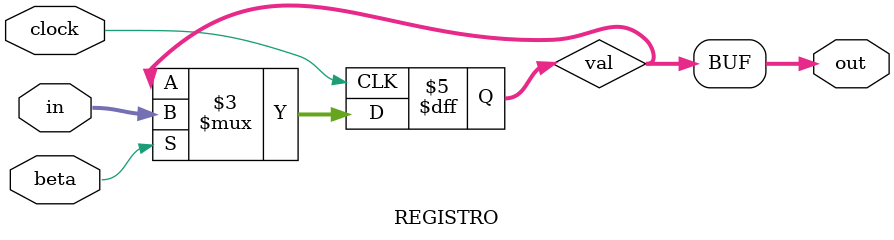
<source format=v>
/*
* Registro impulsato da N bit
*/
module REGISTRO(output [N-1:0]out, input [N-1:0]in, input clock, input beta);
  parameter N = 32;
  reg [N-1:0]val = 0;

  // Si scrive nel registro durante il fronte di alzata per evitare stati metastabili
  // all'avvio del programma, per esempio:
  // in un'interfaccia a transizione di livello il registro interno S ha il beta=1 costante.
  // Questo implica che all'avvio della simulazione venga scritto nel registro il valore della linea
  // di ingresso (per esempio la linea rdy). Se questa linea impiega un tempo t > 0 per stabilizzare, nel
  // registro viene scritto all'avvio della simulazione (perche` clock = 0 al tempo t=0 viene interpretato
  // come un negedge del segnale di clock) un valore instabile che dura fino al prossimo impulso del clock.
  // Utilizzando posedge ed avendo l'accortezza di inizializzare il registro a 0 (in cima, val = 0) e di
  // generare il segnale di clock partendo dal basso( ____|¯¯|____|¯¯|_) si evita questo problema, purche` al
  // prossimo impulso di clock l'ingresso del registro sia stabile.
  always @(posedge clock)
  begin
    if (beta)
      val <= in;
  end

  assign out = val;
endmodule

</source>
